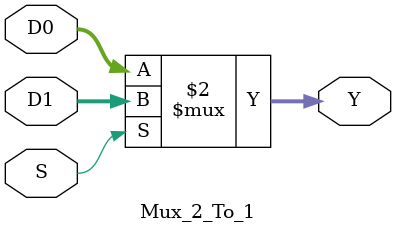
<source format=v>
`timescale 1ns / 1ps
module Mux_2_To_1 (S,D0,D1,Y);
// Define the input and output signals
input S;
input [31:0]D0;
input [31:0]D1;
output [31:0]Y;
// Define the MUX2 :1 modules behaviour
assign Y = (S == 1'b0) ? D0:
           D1;

           
endmodule // MUX2 :1
</source>
